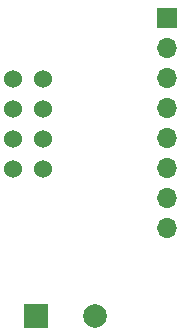
<source format=gbs>
%TF.GenerationSoftware,KiCad,Pcbnew,9.0.0-rc1*%
%TF.CreationDate,2025-03-07T01:01:46+01:00*%
%TF.ProjectId,nRF24-breakout,6e524632-342d-4627-9265-616b6f75742e,rev?*%
%TF.SameCoordinates,Original*%
%TF.FileFunction,Soldermask,Bot*%
%TF.FilePolarity,Negative*%
%FSLAX46Y46*%
G04 Gerber Fmt 4.6, Leading zero omitted, Abs format (unit mm)*
G04 Created by KiCad (PCBNEW 9.0.0-rc1) date 2025-03-07 01:01:46*
%MOMM*%
%LPD*%
G01*
G04 APERTURE LIST*
%ADD10R,2.000000X2.000000*%
%ADD11C,2.000000*%
%ADD12R,1.700000X1.700000*%
%ADD13O,1.700000X1.700000*%
%ADD14C,1.524000*%
G04 APERTURE END LIST*
D10*
%TO.C,C1*%
X116202323Y-95040000D03*
D11*
X121202323Y-95040000D03*
%TD*%
D12*
%TO.C,J1*%
X127340000Y-69790000D03*
D13*
X127340000Y-72330000D03*
X127340000Y-74870000D03*
X127340000Y-77410000D03*
X127340000Y-79950000D03*
X127340000Y-82490000D03*
X127340000Y-85030000D03*
X127340000Y-87570000D03*
%TD*%
D14*
%TO.C,U1*%
X116830000Y-82580000D03*
X116830000Y-80040000D03*
X116830000Y-77500000D03*
X116830000Y-74960000D03*
X114290000Y-74960000D03*
X114290000Y-77500000D03*
X114290000Y-80040000D03*
X114290000Y-82580000D03*
%TD*%
M02*

</source>
